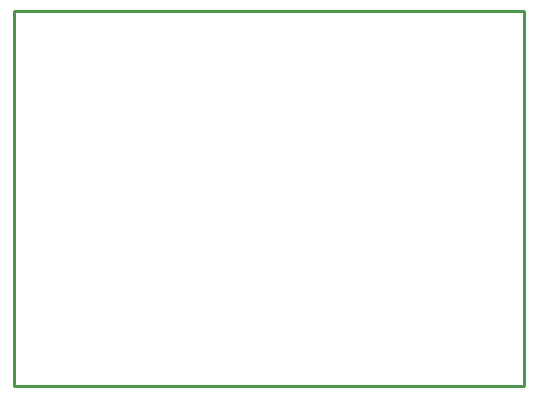
<source format=gbr>
G04 EAGLE Gerber RS-274X export*
G75*
%MOMM*%
%FSLAX34Y34*%
%LPD*%
%IN*%
%IPPOS*%
%AMOC8*
5,1,8,0,0,1.08239X$1,22.5*%
G01*
G04 Define Apertures*
%ADD10C,0.254000*%
D10*
X0Y0D02*
X431800Y0D01*
X431800Y317500D01*
X0Y317500D01*
X0Y0D01*
M02*

</source>
